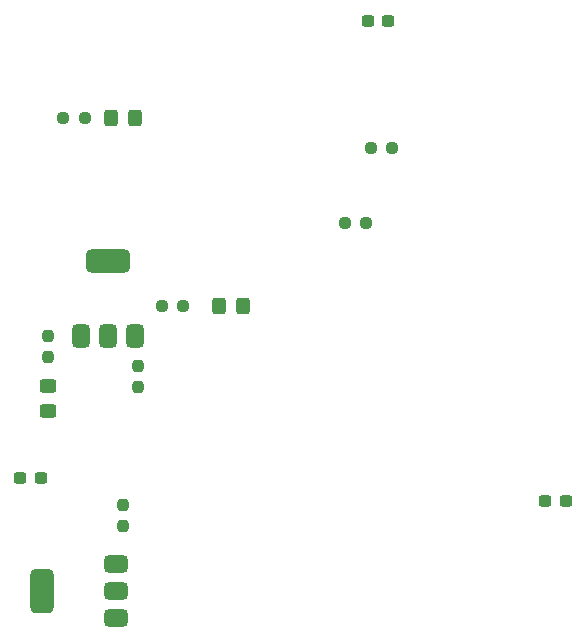
<source format=gbp>
G04 #@! TF.GenerationSoftware,KiCad,Pcbnew,8.0.3*
G04 #@! TF.CreationDate,2024-06-28T11:21:49+02:00*
G04 #@! TF.ProjectId,Bobbycar_wiring,426f6262-7963-4617-925f-776972696e67,rev?*
G04 #@! TF.SameCoordinates,Original*
G04 #@! TF.FileFunction,Paste,Bot*
G04 #@! TF.FilePolarity,Positive*
%FSLAX46Y46*%
G04 Gerber Fmt 4.6, Leading zero omitted, Abs format (unit mm)*
G04 Created by KiCad (PCBNEW 8.0.3) date 2024-06-28 11:21:49*
%MOMM*%
%LPD*%
G01*
G04 APERTURE LIST*
G04 Aperture macros list*
%AMRoundRect*
0 Rectangle with rounded corners*
0 $1 Rounding radius*
0 $2 $3 $4 $5 $6 $7 $8 $9 X,Y pos of 4 corners*
0 Add a 4 corners polygon primitive as box body*
4,1,4,$2,$3,$4,$5,$6,$7,$8,$9,$2,$3,0*
0 Add four circle primitives for the rounded corners*
1,1,$1+$1,$2,$3*
1,1,$1+$1,$4,$5*
1,1,$1+$1,$6,$7*
1,1,$1+$1,$8,$9*
0 Add four rect primitives between the rounded corners*
20,1,$1+$1,$2,$3,$4,$5,0*
20,1,$1+$1,$4,$5,$6,$7,0*
20,1,$1+$1,$6,$7,$8,$9,0*
20,1,$1+$1,$8,$9,$2,$3,0*%
G04 Aperture macros list end*
%ADD10RoundRect,0.250000X-0.325000X-0.450000X0.325000X-0.450000X0.325000X0.450000X-0.325000X0.450000X0*%
%ADD11RoundRect,0.237500X0.250000X0.237500X-0.250000X0.237500X-0.250000X-0.237500X0.250000X-0.237500X0*%
%ADD12RoundRect,0.237500X-0.250000X-0.237500X0.250000X-0.237500X0.250000X0.237500X-0.250000X0.237500X0*%
%ADD13RoundRect,0.375000X0.375000X-0.625000X0.375000X0.625000X-0.375000X0.625000X-0.375000X-0.625000X0*%
%ADD14RoundRect,0.500000X1.400000X-0.500000X1.400000X0.500000X-1.400000X0.500000X-1.400000X-0.500000X0*%
%ADD15RoundRect,0.237500X0.237500X-0.250000X0.237500X0.250000X-0.237500X0.250000X-0.237500X-0.250000X0*%
%ADD16RoundRect,0.237500X-0.300000X-0.237500X0.300000X-0.237500X0.300000X0.237500X-0.300000X0.237500X0*%
%ADD17RoundRect,0.250000X-0.450000X0.325000X-0.450000X-0.325000X0.450000X-0.325000X0.450000X0.325000X0*%
%ADD18RoundRect,0.375000X0.625000X0.375000X-0.625000X0.375000X-0.625000X-0.375000X0.625000X-0.375000X0*%
%ADD19RoundRect,0.500000X0.500000X1.400000X-0.500000X1.400000X-0.500000X-1.400000X0.500000X-1.400000X0*%
%ADD20RoundRect,0.237500X0.300000X0.237500X-0.300000X0.237500X-0.300000X-0.237500X0.300000X-0.237500X0*%
G04 APERTURE END LIST*
D10*
X93200000Y-76200000D03*
X95250000Y-76200000D03*
D11*
X90170000Y-76200000D03*
X88345000Y-76200000D03*
D12*
X106045000Y-62865000D03*
X107870000Y-62865000D03*
D13*
X86120000Y-78740000D03*
X83820000Y-78740000D03*
D14*
X83820000Y-72440000D03*
D13*
X81520000Y-78740000D03*
D12*
X80010000Y-60325000D03*
X81835000Y-60325000D03*
D15*
X86360000Y-83105000D03*
X86360000Y-81280000D03*
D10*
X84065000Y-60325000D03*
X86115000Y-60325000D03*
D16*
X120830000Y-92710000D03*
X122555000Y-92710000D03*
D12*
X103862500Y-69215000D03*
X105687500Y-69215000D03*
D15*
X78740000Y-80565000D03*
X78740000Y-78740000D03*
D17*
X78740000Y-83040000D03*
X78740000Y-85090000D03*
D16*
X105817500Y-52070000D03*
X107542500Y-52070000D03*
D18*
X84520000Y-98030000D03*
X84520000Y-100330000D03*
D19*
X78220000Y-100330000D03*
D18*
X84520000Y-102630000D03*
D15*
X85090000Y-93067500D03*
X85090000Y-94892500D03*
D20*
X78105000Y-90805000D03*
X76380000Y-90805000D03*
M02*

</source>
